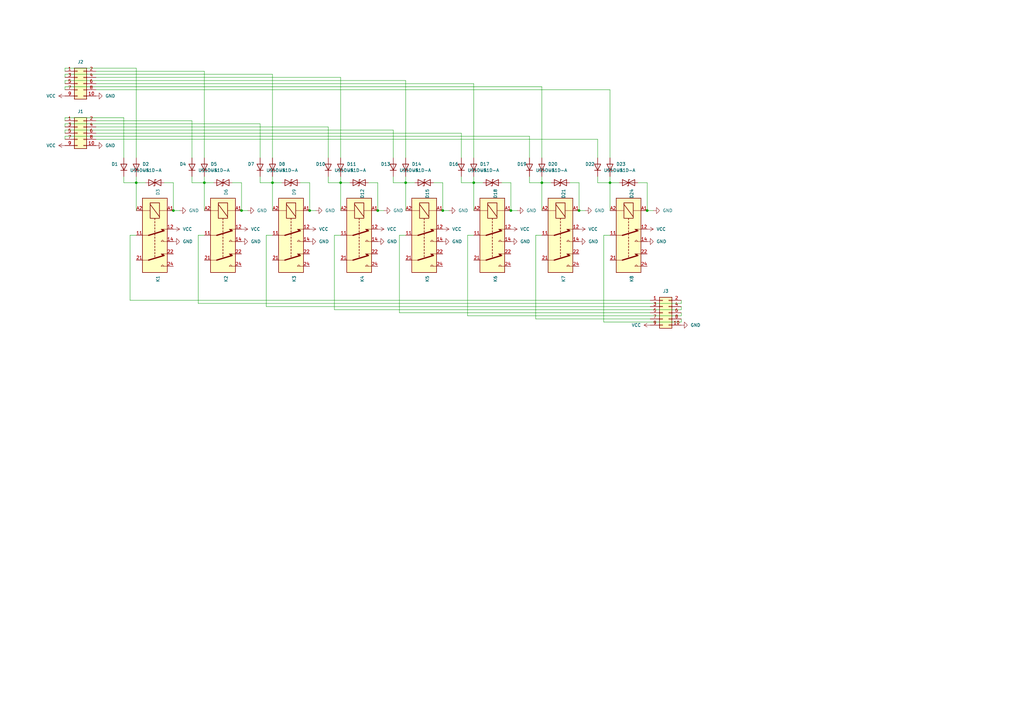
<source format=kicad_sch>
(kicad_sch (version 20231120) (generator "eeschema") (generator_version "8.0")
  (paper "A3")
  (lib_symbols
    (symbol "Connector_Generic:Conn_02x05_Odd_Even" (pin_names (offset 1.016) hide)
      (property "Reference" "J" (at 1.27 7.62 0))
      (property "Value" "Conn_02x05_Odd_Even" (at 1.27 -7.62 0))
      (symbol "Conn_02x05_Odd_Even_1_1"
        (rectangle (start -1.27 -4.953) (end 0 -5.207) (stroke (width 0.1524)))
        (rectangle (start -1.27 -2.413) (end 0 -2.667) (stroke (width 0.1524)))
        (rectangle (start -1.27 0.127) (end 0 -0.127) (stroke (width 0.1524)))
        (rectangle (start -1.27 2.667) (end 0 2.413) (stroke (width 0.1524)))
        (rectangle (start -1.27 5.207) (end 0 4.953) (stroke (width 0.1524)))
        (rectangle (start -1.27 6.35) (end 3.81 -6.35) (stroke (width 0.254)) (fill (type background)))
        (rectangle (start 3.81 -4.953) (end 2.54 -5.207) (stroke (width 0.1524)))
        (rectangle (start 3.81 -2.413) (end 2.54 -2.667) (stroke (width 0.1524)))
        (rectangle (start 3.81 0.127) (end 2.54 -0.127) (stroke (width 0.1524)))
        (rectangle (start 3.81 2.667) (end 2.54 2.413) (stroke (width 0.1524)))
        (rectangle (start 3.81 5.207) (end 2.54 4.953) (stroke (width 0.1524)))
        (pin passive line (at -5.08 5.08 0) (length 3.81) (name "Pin_1") (number "1"))
        (pin passive line (at 7.62 -5.08 180) (length 3.81) (name "Pin_10") (number "10"))
        (pin passive line (at 7.62 5.08 180) (length 3.81) (name "Pin_2") (number "2"))
        (pin passive line (at -5.08 2.54 0) (length 3.81) (name "Pin_3") (number "3"))
        (pin passive line (at 7.62 2.54 180) (length 3.81) (name "Pin_4") (number "4"))
        (pin passive line (at -5.08 0 0) (length 3.81) (name "Pin_5") (number "5"))
        (pin passive line (at 7.62 0 180) (length 3.81) (name "Pin_6") (number "6"))
        (pin passive line (at -5.08 -2.54 0) (length 3.81) (name "Pin_7") (number "7"))
        (pin passive line (at 7.62 -2.54 180) (length 3.81) (name "Pin_8") (number "8"))
        (pin passive line (at -5.08 -5.08 0) (length 3.81) (name "Pin_9") (number "9"))
      )
    )
    (symbol "Device:D" (pin_numbers hide) (pin_names (offset 1.016) hide)
      (property "Reference" "D" (at 0 2.54 0))
      (property "Value" "D" (at 0 -2.54 0))
      (symbol "D_0_1"
        (polyline (pts (xy -1.27 1.27) (xy -1.27 -1.27)) (stroke (width 0.254)))
        (polyline (pts (xy 1.27 0) (xy -1.27 0)))
        (polyline (pts (xy 1.27 1.27) (xy 1.27 -1.27) (xy -1.27 0) (xy 1.27 1.27)) (stroke (width 0.254)))
      )
      (symbol "D_1_1"
        (pin passive line (at -3.81 0 0) (length 2.54) (name "K") (number "1"))
        (pin passive line (at 3.81 0 180) (length 2.54) (name "A") (number "2"))
      )
    )
    (symbol "Device:D_TVS" (pin_numbers hide) (pin_names (offset 1.016) hide)
      (property "Reference" "D" (at 0 2.54 0))
      (property "Value" "D_TVS" (at 0 -2.54 0))
      (symbol "D_TVS_0_1"
        (polyline (pts (xy 1.27 0) (xy -1.27 0)))
        (polyline (pts (xy 0.508 1.27) (xy 0 1.27) (xy 0 -1.27) (xy -0.508 -1.27)) (stroke (width 0.254)))
        (polyline (pts (xy -2.54 1.27) (xy -2.54 -1.27) (xy 2.54 1.27) (xy 2.54 -1.27) (xy -2.54 1.27)) (stroke (width 0.254)))
      )
      (symbol "D_TVS_1_1"
        (pin passive line (at -3.81 0 0) (length 2.54) (name "A1") (number "1"))
        (pin passive line (at 3.81 0 180) (length 2.54) (name "A2") (number "2"))
      )
    )
    (symbol "Relay:Relay_DPDT"
      (property "Reference" "K" (at 16.51 3.81 0))
      (property "Value" "Relay_DPDT" (at 16.51 1.27 0))
      (symbol "Relay_DPDT_0_1"
        (rectangle (start -15.24 5.08) (end 15.24 -5.08) (stroke (width 0.254)) (fill (type background)))
        (rectangle (start -13.335 1.905) (end -6.985 -1.905) (stroke (width 0.254)))
        (polyline (pts (xy -12.7 -1.905) (xy -7.62 1.905)) (stroke (width 0.254)))
        (polyline (pts (xy -10.16 -5.08) (xy -10.16 -1.905)))
        (polyline (pts (xy -10.16 5.08) (xy -10.16 1.905)))
        (polyline (pts (xy -6.985 0) (xy -6.35 0)) (stroke (width 0.254)))
        (polyline (pts (xy -5.715 0) (xy -5.08 0)) (stroke (width 0.254)))
        (polyline (pts (xy -4.445 0) (xy -3.81 0)) (stroke (width 0.254)))
        (polyline (pts (xy -3.175 0) (xy -2.54 0)) (stroke (width 0.254)))
        (polyline (pts (xy -1.905 0) (xy -1.27 0)) (stroke (width 0.254)))
        (polyline (pts (xy -0.635 0) (xy 0 0)) (stroke (width 0.254)))
        (polyline (pts (xy 0 -2.54) (xy -1.905 3.81)) (stroke (width 0.508)))
        (polyline (pts (xy 0 -2.54) (xy 0 -5.08)))
        (polyline (pts (xy 0.635 0) (xy 1.27 0)) (stroke (width 0.254)))
        (polyline (pts (xy 1.905 0) (xy 2.54 0)) (stroke (width 0.254)))
        (polyline (pts (xy 3.175 0) (xy 3.81 0)) (stroke (width 0.254)))
        (polyline (pts (xy 4.445 0) (xy 5.08 0)) (stroke (width 0.254)))
        (polyline (pts (xy 5.715 0) (xy 6.35 0)) (stroke (width 0.254)))
        (polyline (pts (xy 6.985 0) (xy 7.62 0)) (stroke (width 0.254)))
        (polyline (pts (xy 8.255 0) (xy 8.89 0)) (stroke (width 0.254)))
        (polyline (pts (xy 10.16 -2.54) (xy 8.255 3.81)) (stroke (width 0.508)))
        (polyline (pts (xy 10.16 -2.54) (xy 10.16 -5.08)))
        (polyline (pts (xy -2.54 5.08) (xy -2.54 2.54) (xy -1.905 3.175) (xy -2.54 3.81)) (fill (type outline)))
        (polyline (pts (xy 2.54 5.08) (xy 2.54 2.54) (xy 1.905 3.175) (xy 2.54 3.81)))
        (polyline (pts (xy 7.62 5.08) (xy 7.62 2.54) (xy 8.255 3.175) (xy 7.62 3.81)) (fill (type outline)))
        (polyline (pts (xy 12.7 5.08) (xy 12.7 2.54) (xy 12.065 3.175) (xy 12.7 3.81)))
      )
      (symbol "Relay_DPDT_1_1"
        (pin passive line (at 0 -7.62 90) (length 2.54) (name "~") (number "11"))
        (pin passive line (at -2.54 7.62 270) (length 2.54) (name "~") (number "12"))
        (pin passive line (at 2.54 7.62 270) (length 2.54) (name "~") (number "14"))
        (pin passive line (at 10.16 -7.62 90) (length 2.54) (name "~") (number "21"))
        (pin passive line (at 7.62 7.62 270) (length 2.54) (name "~") (number "22"))
        (pin passive line (at 12.7 7.62 270) (length 2.54) (name "~") (number "24"))
        (pin passive line (at -10.16 7.62 270) (length 2.54) (name "~") (number "A1"))
        (pin passive line (at -10.16 -7.62 90) (length 2.54) (name "~") (number "A2"))
      )
    )
    (symbol "power:GND" (power) (pin_names (offset 0))
      (property "Value" "GND" (at 0 -3.81 0))
      (symbol "GND_0_1"
        (polyline (pts (xy 0 0) (xy 0 -1.27) (xy 1.27 -1.27) (xy 0 -2.54) (xy -1.27 -1.27) (xy 0 -1.27)))
      )
      (symbol "GND_1_1"
        (pin power_in line (at 0 0 270) (length 0) hide (name "GND") (number "1"))
      )
    )
    (symbol "power:VCC" (power) (pin_names (offset 0))
      (property "Value" "VCC" (at 0 3.81 0))
      (symbol "VCC_0_1"
        (polyline (pts (xy -0.762 1.27) (xy 0 2.54)))
        (polyline (pts (xy 0 0) (xy 0 2.54)))
        (polyline (pts (xy 0 2.54) (xy 0.762 1.27)))
      )
      (symbol "VCC_1_1"
        (pin power_in line (at 0 0 90) (length 0) hide (name "VCC") (number "1"))
      )
    )
  )
  (junction (at 71.12 86.36))
  (junction (at 222.25 74.93))
  (junction (at 139.7 74.93))
  (junction (at 83.82 74.93))
  (junction (at 127 86.36))
  (junction (at 181.61 86.36))
  (junction (at 154.94 86.36))
  (junction (at 99.06 86.36))
  (junction (at 237.49 86.36))
  (junction (at 194.31 74.93))
  (junction (at 265.43 86.36))
  (junction (at 111.76 74.93))
  (junction (at 55.88 74.93))
  (junction (at 166.37 74.93))
  (junction (at 250.19 74.93))
  (junction (at 209.55 86.36))
  (wire (pts (xy 265.43 74.93) (xy 265.43 86.36)))
  (wire (pts (xy 209.55 74.93) (xy 209.55 86.36)))
  (wire (pts (xy 26.67 53.34) (xy 161.29 53.34)))
  (wire (pts (xy 137.16 96.52) (xy 137.16 127)))
  (wire (pts (xy 39.37 54.61) (xy 189.23 54.61)))
  (wire (pts (xy 83.82 29.21) (xy 83.82 64.77)))
  (wire (pts (xy 245.11 74.93) (xy 250.19 74.93)))
  (wire (pts (xy 106.68 74.93) (xy 111.76 74.93)))
  (wire (pts (xy 245.11 57.15) (xy 245.11 64.77)))
  (wire (pts (xy 139.7 74.93) (xy 139.7 86.36)))
  (wire (pts (xy 99.06 74.93) (xy 99.06 86.36)))
  (wire (pts (xy 26.67 52.07) (xy 26.67 50.8)))
  (wire (pts (xy 177.8 74.93) (xy 181.61 74.93)))
  (wire (pts (xy 71.12 86.36) (xy 73.66 86.36)))
  (wire (pts (xy 226.06 74.93) (xy 222.25 74.93)))
  (wire (pts (xy 111.76 30.48) (xy 111.76 64.77)))
  (wire (pts (xy 189.23 72.39) (xy 189.23 74.93)))
  (wire (pts (xy 205.74 74.93) (xy 209.55 74.93)))
  (wire (pts (xy 39.37 49.53) (xy 78.74 49.53)))
  (wire (pts (xy 222.25 74.93) (xy 222.25 86.36)))
  (wire (pts (xy 106.68 50.8) (xy 106.68 64.77)))
  (wire (pts (xy 59.69 74.93) (xy 55.88 74.93)))
  (wire (pts (xy 50.8 72.39) (xy 50.8 74.93)))
  (wire (pts (xy 222.25 35.56) (xy 222.25 64.77)))
  (wire (pts (xy 194.31 34.29) (xy 194.31 64.77)))
  (wire (pts (xy 83.82 96.52) (xy 81.28 96.52)))
  (wire (pts (xy 279.4 129.54) (xy 279.4 128.27)))
  (wire (pts (xy 115.57 74.93) (xy 111.76 74.93)))
  (wire (pts (xy 134.62 74.93) (xy 139.7 74.93)))
  (wire (pts (xy 127 74.93) (xy 127 86.36)))
  (wire (pts (xy 163.83 128.27) (xy 266.7 128.27)))
  (wire (pts (xy 123.19 74.93) (xy 127 74.93)))
  (wire (pts (xy 26.67 35.56) (xy 222.25 35.56)))
  (wire (pts (xy 237.49 86.36) (xy 240.03 86.36)))
  (wire (pts (xy 26.67 30.48) (xy 111.76 30.48)))
  (wire (pts (xy 261.62 74.93) (xy 265.43 74.93)))
  (wire (pts (xy 151.13 74.93) (xy 154.94 74.93)))
  (wire (pts (xy 222.25 72.39) (xy 222.25 74.93)))
  (wire (pts (xy 163.83 96.52) (xy 163.83 128.27)))
  (wire (pts (xy 139.7 96.52) (xy 137.16 96.52)))
  (wire (pts (xy 26.67 55.88) (xy 217.17 55.88)))
  (wire (pts (xy 181.61 86.36) (xy 184.15 86.36)))
  (wire (pts (xy 217.17 55.88) (xy 217.17 64.77)))
  (wire (pts (xy 81.28 124.46) (xy 279.4 124.46)))
  (wire (pts (xy 247.65 96.52) (xy 247.65 132.08)))
  (wire (pts (xy 67.31 74.93) (xy 71.12 74.93)))
  (wire (pts (xy 198.12 74.93) (xy 194.31 74.93)))
  (wire (pts (xy 26.67 50.8) (xy 106.68 50.8)))
  (wire (pts (xy 247.65 132.08) (xy 279.4 132.08)))
  (wire (pts (xy 26.67 29.21) (xy 26.67 27.94)))
  (wire (pts (xy 134.62 72.39) (xy 134.62 74.93)))
  (wire (pts (xy 55.88 72.39) (xy 55.88 74.93)))
  (wire (pts (xy 83.82 74.93) (xy 83.82 86.36)))
  (wire (pts (xy 194.31 72.39) (xy 194.31 74.93)))
  (wire (pts (xy 219.71 96.52) (xy 219.71 130.81)))
  (wire (pts (xy 134.62 52.07) (xy 134.62 64.77)))
  (wire (pts (xy 143.51 74.93) (xy 139.7 74.93)))
  (wire (pts (xy 194.31 96.52) (xy 191.77 96.52)))
  (wire (pts (xy 189.23 74.93) (xy 194.31 74.93)))
  (wire (pts (xy 111.76 74.93) (xy 111.76 86.36)))
  (wire (pts (xy 181.61 74.93) (xy 181.61 86.36)))
  (wire (pts (xy 279.4 132.08) (xy 279.4 130.81)))
  (wire (pts (xy 250.19 96.52) (xy 247.65 96.52)))
  (wire (pts (xy 166.37 72.39) (xy 166.37 74.93)))
  (wire (pts (xy 81.28 96.52) (xy 81.28 124.46)))
  (wire (pts (xy 26.67 54.61) (xy 26.67 53.34)))
  (wire (pts (xy 50.8 74.93) (xy 55.88 74.93)))
  (wire (pts (xy 39.37 34.29) (xy 194.31 34.29)))
  (wire (pts (xy 26.67 36.83) (xy 26.67 35.56)))
  (wire (pts (xy 194.31 74.93) (xy 194.31 86.36)))
  (wire (pts (xy 109.22 125.73) (xy 266.7 125.73)))
  (wire (pts (xy 137.16 127) (xy 279.4 127)))
  (wire (pts (xy 250.19 36.83) (xy 250.19 64.77)))
  (wire (pts (xy 127 86.36) (xy 129.54 86.36)))
  (wire (pts (xy 154.94 86.36) (xy 157.48 86.36)))
  (wire (pts (xy 26.67 34.29) (xy 26.67 33.02)))
  (wire (pts (xy 109.22 96.52) (xy 109.22 125.73)))
  (wire (pts (xy 161.29 53.34) (xy 161.29 64.77)))
  (wire (pts (xy 71.12 74.93) (xy 71.12 86.36)))
  (wire (pts (xy 26.67 27.94) (xy 55.88 27.94)))
  (wire (pts (xy 78.74 72.39) (xy 78.74 74.93)))
  (wire (pts (xy 26.67 33.02) (xy 166.37 33.02)))
  (wire (pts (xy 26.67 31.75) (xy 26.67 30.48)))
  (wire (pts (xy 39.37 31.75) (xy 139.7 31.75)))
  (wire (pts (xy 53.34 123.19) (xy 266.7 123.19)))
  (wire (pts (xy 209.55 86.36) (xy 212.09 86.36)))
  (wire (pts (xy 26.67 48.26) (xy 50.8 48.26)))
  (wire (pts (xy 139.7 72.39) (xy 139.7 74.93)))
  (wire (pts (xy 39.37 52.07) (xy 134.62 52.07)))
  (wire (pts (xy 39.37 57.15) (xy 245.11 57.15)))
  (wire (pts (xy 26.67 57.15) (xy 26.67 55.88)))
  (wire (pts (xy 99.06 86.36) (xy 101.6 86.36)))
  (wire (pts (xy 50.8 48.26) (xy 50.8 64.77)))
  (wire (pts (xy 161.29 74.93) (xy 166.37 74.93)))
  (wire (pts (xy 191.77 96.52) (xy 191.77 129.54)))
  (wire (pts (xy 55.88 96.52) (xy 53.34 96.52)))
  (wire (pts (xy 53.34 96.52) (xy 53.34 123.19)))
  (wire (pts (xy 265.43 86.36) (xy 267.97 86.36)))
  (wire (pts (xy 166.37 74.93) (xy 166.37 86.36)))
  (wire (pts (xy 111.76 72.39) (xy 111.76 74.93)))
  (wire (pts (xy 83.82 72.39) (xy 83.82 74.93)))
  (wire (pts (xy 55.88 74.93) (xy 55.88 86.36)))
  (wire (pts (xy 189.23 54.61) (xy 189.23 64.77)))
  (wire (pts (xy 217.17 72.39) (xy 217.17 74.93)))
  (wire (pts (xy 139.7 31.75) (xy 139.7 64.77)))
  (wire (pts (xy 250.19 72.39) (xy 250.19 74.93)))
  (wire (pts (xy 106.68 72.39) (xy 106.68 74.93)))
  (wire (pts (xy 222.25 96.52) (xy 219.71 96.52)))
  (wire (pts (xy 161.29 72.39) (xy 161.29 74.93)))
  (wire (pts (xy 279.4 124.46) (xy 279.4 123.19)))
  (wire (pts (xy 39.37 29.21) (xy 83.82 29.21)))
  (wire (pts (xy 95.25 74.93) (xy 99.06 74.93)))
  (wire (pts (xy 78.74 74.93) (xy 83.82 74.93)))
  (wire (pts (xy 87.63 74.93) (xy 83.82 74.93)))
  (wire (pts (xy 217.17 74.93) (xy 222.25 74.93)))
  (wire (pts (xy 78.74 49.53) (xy 78.74 64.77)))
  (wire (pts (xy 154.94 74.93) (xy 154.94 86.36)))
  (wire (pts (xy 233.68 74.93) (xy 237.49 74.93)))
  (wire (pts (xy 26.67 49.53) (xy 26.67 48.26)))
  (wire (pts (xy 55.88 27.94) (xy 55.88 64.77)))
  (wire (pts (xy 254 74.93) (xy 250.19 74.93)))
  (wire (pts (xy 170.18 74.93) (xy 166.37 74.93)))
  (wire (pts (xy 279.4 127) (xy 279.4 125.73)))
  (wire (pts (xy 237.49 74.93) (xy 237.49 86.36)))
  (wire (pts (xy 39.37 36.83) (xy 250.19 36.83)))
  (wire (pts (xy 166.37 33.02) (xy 166.37 64.77)))
  (wire (pts (xy 166.37 96.52) (xy 163.83 96.52)))
  (wire (pts (xy 245.11 72.39) (xy 245.11 74.93)))
  (wire (pts (xy 219.71 130.81) (xy 266.7 130.81)))
  (wire (pts (xy 250.19 74.93) (xy 250.19 86.36)))
  (wire (pts (xy 111.76 96.52) (xy 109.22 96.52)))
  (wire (pts (xy 191.77 129.54) (xy 279.4 129.54)))
  (symbol (lib_id "Device:D_TVS") (at 229.87 74.93 0) (unit 1)
    (property "Reference" "D21" (at 231.14 77.47 90) (effects (justify right)))
    (property "Value" "SMAJ14CA" (effects (hide yes)))
    (property "Footprint" "Diode_SMD:D_SMA_Handsoldering" (effects (hide yes)))
    (property "Datasheet" "https://goodarksemi.com/docs/datasheets/transient_voltage_suppressors/SMAJx.pdf" (effects (hide yes)))
  )
  (symbol (lib_id "power:VCC") (at 26.67 39.37 90) (unit 1)
    (property "Reference" "#PWR03" (effects (hide yes)))
    (property "Value" "VCC" (at 22.86 39.37 90) (effects (justify left)))
  )
  (symbol (lib_id "power:VCC") (at 71.12 93.98 270) (unit 1)
    (property "Reference" "#PWR07" (effects (hide yes)))
    (property "Value" "VCC" (at 74.93 93.98 90) (effects (justify left)))
  )
  (symbol (lib_id "Device:D") (at 189.23 68.58 90) (unit 1)
    (property "Reference" "D16" (at 184.15 67.31 90) (effects (justify right)))
    (property "Value" "US1D-A" (at 191.77 69.85 90) (effects (justify right)))
    (property "Footprint" "Diode_SMD:D_SMA_Handsoldering" (effects (hide yes)))
    (property "Datasheet" "https://mm.digikey.com/Volume0/opasdata/d220001/medias/docus/5561/US1A-A%20thru%20US1M-A.pdf" (effects (hide yes)))
    (property "Sim.Device" "D" (effects (hide yes)))
    (property "Sim.Pins" "1=K 2=A" (effects (hide yes)))
  )
  (symbol (lib_id "Connector_Generic:Conn_02x05_Odd_Even") (at 31.75 34.29 0) (unit 1)
    (property "Reference" "J2" (at 33.02 25.4 0))
    (property "Value" "BHR-10-VUA" (effects (hide yes)))
    (property "Footprint" "Connector_IDC:IDC-Header_2x05_P2.54mm_Vertical" (effects (hide yes)))
    (property "Datasheet" "https://app.adam-tech.com/products/download/data_sheet/203218/bhr-xx-vua-data-sheet.pdf" (effects (hide yes)))
  )
  (symbol (lib_id "power:VCC") (at 181.61 93.98 270) (unit 1)
    (property "Reference" "#PWR015" (effects (hide yes)))
    (property "Value" "VCC" (at 185.42 93.98 90) (effects (justify left)))
  )
  (symbol (lib_id "power:GND") (at 237.49 99.06 90) (unit 1)
    (property "Reference" "#PWR020" (effects (hide yes)))
    (property "Value" "GND" (at 241.3 99.06 90) (effects (justify right)))
  )
  (symbol (lib_id "power:GND") (at 184.15 86.36 90) (unit 1)
    (property "Reference" "#PWR027" (effects (hide yes)))
    (property "Value" "GND" (at 187.96 86.36 90) (effects (justify right)))
  )
  (symbol (lib_id "Device:D_TVS") (at 91.44 74.93 0) (unit 1)
    (property "Reference" "D6" (at 92.71 77.47 90) (effects (justify right)))
    (property "Value" "SMAJ14CA" (effects (hide yes)))
    (property "Footprint" "Diode_SMD:D_SMA_Handsoldering" (effects (hide yes)))
    (property "Datasheet" "https://goodarksemi.com/docs/datasheets/transient_voltage_suppressors/SMAJx.pdf" (effects (hide yes)))
  )
  (symbol (lib_id "power:GND") (at 73.66 86.36 90) (unit 1)
    (property "Reference" "#PWR023" (effects (hide yes)))
    (property "Value" "GND" (at 77.47 86.36 90) (effects (justify right)))
  )
  (symbol (lib_id "power:VCC") (at 265.43 93.98 270) (unit 1)
    (property "Reference" "#PWR021" (effects (hide yes)))
    (property "Value" "VCC" (at 269.24 93.98 90) (effects (justify left)))
  )
  (symbol (lib_id "Device:D_TVS") (at 201.93 74.93 0) (unit 1)
    (property "Reference" "D18" (at 203.2 77.47 90) (effects (justify right)))
    (property "Value" "SMAJ14CA" (effects (hide yes)))
    (property "Footprint" "Diode_SMD:D_SMA_Handsoldering" (effects (hide yes)))
    (property "Datasheet" "https://goodarksemi.com/docs/datasheets/transient_voltage_suppressors/SMAJx.pdf" (effects (hide yes)))
  )
  (symbol (lib_id "Relay:Relay_DPDT") (at 229.87 96.52 270) (unit 1)
    (property "Reference" "K7" (at 231.14 113.03 0) (effects (justify left)))
    (property "Value" "J104D2C12VDC.15S" (effects (hide yes)))
    (property "Footprint" "Relay_THT:Relay_DPDT_Finder_30.22" (effects (hide yes)))
    (property "Datasheet" "https://www.citrelay.com/Catalog%20Pages/RelayCatalog/J104D.pdf" (effects (hide yes)))
  )
  (symbol (lib_id "Device:D") (at 166.37 68.58 90) (unit 1)
    (property "Reference" "D14" (at 168.91 67.31 90) (effects (justify right)))
    (property "Value" "US1D-A" (at 168.91 69.85 90) (effects (justify right)))
    (property "Footprint" "Diode_SMD:D_SMA_Handsoldering" (effects (hide yes)))
    (property "Datasheet" "https://mm.digikey.com/Volume0/opasdata/d220001/medias/docus/5561/US1A-A%20thru%20US1M-A.pdf" (effects (hide yes)))
    (property "Sim.Device" "D" (effects (hide yes)))
    (property "Sim.Pins" "1=K 2=A" (effects (hide yes)))
  )
  (symbol (lib_id "Device:D") (at 250.19 68.58 90) (unit 1)
    (property "Reference" "D23" (at 252.73 67.31 90) (effects (justify right)))
    (property "Value" "US1D-A" (at 252.73 69.85 90) (effects (justify right)))
    (property "Footprint" "Diode_SMD:D_SMA_Handsoldering" (effects (hide yes)))
    (property "Datasheet" "https://mm.digikey.com/Volume0/opasdata/d220001/medias/docus/5561/US1A-A%20thru%20US1M-A.pdf" (effects (hide yes)))
    (property "Sim.Device" "D" (effects (hide yes)))
    (property "Sim.Pins" "1=K 2=A" (effects (hide yes)))
  )
  (symbol (lib_id "power:GND") (at 127 99.06 90) (unit 1)
    (property "Reference" "#PWR012" (effects (hide yes)))
    (property "Value" "GND" (at 130.81 99.06 90) (effects (justify right)))
  )
  (symbol (lib_id "power:GND") (at 157.48 86.36 90) (unit 1)
    (property "Reference" "#PWR026" (effects (hide yes)))
    (property "Value" "GND" (at 161.29 86.36 90) (effects (justify right)))
  )
  (symbol (lib_id "Relay:Relay_DPDT") (at 173.99 96.52 270) (unit 1)
    (property "Reference" "K5" (at 175.26 113.03 0) (effects (justify left)))
    (property "Value" "J104D2C12VDC.15S" (effects (hide yes)))
    (property "Footprint" "Relay_THT:Relay_DPDT_Finder_30.22" (effects (hide yes)))
    (property "Datasheet" "https://www.citrelay.com/Catalog%20Pages/RelayCatalog/J104D.pdf" (effects (hide yes)))
  )
  (symbol (lib_id "power:VCC") (at 26.67 59.69 90) (unit 1)
    (property "Reference" "#PWR01" (effects (hide yes)))
    (property "Value" "VCC" (at 22.86 59.69 90) (effects (justify left)))
  )
  (symbol (lib_id "power:GND") (at 99.06 99.06 90) (unit 1)
    (property "Reference" "#PWR010" (effects (hide yes)))
    (property "Value" "GND" (at 102.87 99.06 90) (effects (justify right)))
  )
  (symbol (lib_id "Device:D") (at 245.11 68.58 90) (unit 1)
    (property "Reference" "D22" (at 240.03 67.31 90) (effects (justify right)))
    (property "Value" "US1D-A" (at 247.65 69.85 90) (effects (justify right)))
    (property "Footprint" "Diode_SMD:D_SMA_Handsoldering" (effects (hide yes)))
    (property "Datasheet" "https://mm.digikey.com/Volume0/opasdata/d220001/medias/docus/5561/US1A-A%20thru%20US1M-A.pdf" (effects (hide yes)))
    (property "Sim.Device" "D" (effects (hide yes)))
    (property "Sim.Pins" "1=K 2=A" (effects (hide yes)))
  )
  (symbol (lib_id "power:VCC") (at 127 93.98 270) (unit 1)
    (property "Reference" "#PWR011" (effects (hide yes)))
    (property "Value" "VCC" (at 130.81 93.98 90) (effects (justify left)))
  )
  (symbol (lib_id "Connector_Generic:Conn_02x05_Odd_Even") (at 31.75 54.61 0) (unit 1)
    (property "Reference" "J1" (at 33.02 45.72 0))
    (property "Value" "BHR-10-VUA" (effects (hide yes)))
    (property "Footprint" "Connector_IDC:IDC-Header_2x05_P2.54mm_Vertical" (effects (hide yes)))
    (property "Datasheet" "https://app.adam-tech.com/products/download/data_sheet/203218/bhr-xx-vua-data-sheet.pdf" (effects (hide yes)))
  )
  (symbol (lib_id "Relay:Relay_DPDT") (at 91.44 96.52 270) (unit 1)
    (property "Reference" "K2" (at 92.71 113.03 0) (effects (justify left)))
    (property "Value" "J104D2C12VDC.15S" (effects (hide yes)))
    (property "Footprint" "Relay_THT:Relay_DPDT_Finder_30.22" (effects (hide yes)))
    (property "Datasheet" "https://www.citrelay.com/Catalog%20Pages/RelayCatalog/J104D.pdf" (effects (hide yes)))
  )
  (symbol (lib_id "Device:D") (at 139.7 68.58 90) (unit 1)
    (property "Reference" "D11" (at 142.24 67.31 90) (effects (justify right)))
    (property "Value" "US1D-A" (at 142.24 69.85 90) (effects (justify right)))
    (property "Footprint" "Diode_SMD:D_SMA_Handsoldering" (effects (hide yes)))
    (property "Datasheet" "https://mm.digikey.com/Volume0/opasdata/d220001/medias/docus/5561/US1A-A%20thru%20US1M-A.pdf" (effects (hide yes)))
    (property "Sim.Device" "D" (effects (hide yes)))
    (property "Sim.Pins" "1=K 2=A" (effects (hide yes)))
  )
  (symbol (lib_id "Device:D") (at 50.8 68.58 90) (unit 1)
    (property "Reference" "D1" (at 45.72 67.31 90) (effects (justify right)))
    (property "Value" "US1D-A" (at 53.34 69.85 90) (effects (justify right)))
    (property "Footprint" "Diode_SMD:D_SMA_Handsoldering" (effects (hide yes)))
    (property "Datasheet" "https://mm.digikey.com/Volume0/opasdata/d220001/medias/docus/5561/US1A-A%20thru%20US1M-A.pdf" (effects (hide yes)))
    (property "Sim.Device" "D" (effects (hide yes)))
    (property "Sim.Pins" "1=K 2=A" (effects (hide yes)))
  )
  (symbol (lib_id "Device:D") (at 134.62 68.58 90) (unit 1)
    (property "Reference" "D10" (at 129.54 67.31 90) (effects (justify right)))
    (property "Value" "US1D-A" (at 137.16 69.85 90) (effects (justify right)))
    (property "Footprint" "Diode_SMD:D_SMA_Handsoldering" (effects (hide yes)))
    (property "Datasheet" "https://mm.digikey.com/Volume0/opasdata/d220001/medias/docus/5561/US1A-A%20thru%20US1M-A.pdf" (effects (hide yes)))
    (property "Sim.Device" "D" (effects (hide yes)))
    (property "Sim.Pins" "1=K 2=A" (effects (hide yes)))
  )
  (symbol (lib_id "Device:D") (at 106.68 68.58 90) (unit 1)
    (property "Reference" "D7" (at 101.6 67.31 90) (effects (justify right)))
    (property "Value" "US1D-A" (at 109.22 69.85 90) (effects (justify right)))
    (property "Footprint" "Diode_SMD:D_SMA_Handsoldering" (effects (hide yes)))
    (property "Datasheet" "https://mm.digikey.com/Volume0/opasdata/d220001/medias/docus/5561/US1A-A%20thru%20US1M-A.pdf" (effects (hide yes)))
    (property "Sim.Device" "D" (effects (hide yes)))
    (property "Sim.Pins" "1=K 2=A" (effects (hide yes)))
  )
  (symbol (lib_id "Device:D") (at 161.29 68.58 90) (unit 1)
    (property "Reference" "D13" (at 156.21 67.31 90) (effects (justify right)))
    (property "Value" "US1D-A" (at 163.83 69.85 90) (effects (justify right)))
    (property "Footprint" "Diode_SMD:D_SMA_Handsoldering" (effects (hide yes)))
    (property "Datasheet" "https://mm.digikey.com/Volume0/opasdata/d220001/medias/docus/5561/US1A-A%20thru%20US1M-A.pdf" (effects (hide yes)))
    (property "Sim.Device" "D" (effects (hide yes)))
    (property "Sim.Pins" "1=K 2=A" (effects (hide yes)))
  )
  (symbol (lib_id "power:VCC") (at 266.7 133.35 90) (unit 1)
    (property "Reference" "#PWR05" (effects (hide yes)))
    (property "Value" "VCC" (at 262.89 133.35 90) (effects (justify left)))
  )
  (symbol (lib_id "power:GND") (at 279.4 133.35 90) (unit 1)
    (property "Reference" "#PWR06" (effects (hide yes)))
    (property "Value" "GND" (at 283.21 133.35 90) (effects (justify right)))
  )
  (symbol (lib_id "Relay:Relay_DPDT") (at 119.38 96.52 270) (unit 1)
    (property "Reference" "K3" (at 120.65 113.03 0) (effects (justify left)))
    (property "Value" "J104D2C12VDC.15S" (effects (hide yes)))
    (property "Footprint" "Relay_THT:Relay_DPDT_Finder_30.22" (effects (hide yes)))
    (property "Datasheet" "https://www.citrelay.com/Catalog%20Pages/RelayCatalog/J104D.pdf" (effects (hide yes)))
  )
  (symbol (lib_id "power:GND") (at 181.61 99.06 90) (unit 1)
    (property "Reference" "#PWR016" (effects (hide yes)))
    (property "Value" "GND" (at 185.42 99.06 90) (effects (justify right)))
  )
  (symbol (lib_id "power:VCC") (at 154.94 93.98 270) (unit 1)
    (property "Reference" "#PWR013" (effects (hide yes)))
    (property "Value" "VCC" (at 158.75 93.98 90) (effects (justify left)))
  )
  (symbol (lib_id "power:GND") (at 209.55 99.06 90) (unit 1)
    (property "Reference" "#PWR018" (effects (hide yes)))
    (property "Value" "GND" (at 213.36 99.06 90) (effects (justify right)))
  )
  (symbol (lib_id "Relay:Relay_DPDT") (at 257.81 96.52 270) (unit 1)
    (property "Reference" "K8" (at 259.08 113.03 0) (effects (justify left)))
    (property "Value" "J104D2C12VDC.15S" (effects (hide yes)))
    (property "Footprint" "Relay_THT:Relay_DPDT_Finder_30.22" (effects (hide yes)))
    (property "Datasheet" "https://www.citrelay.com/Catalog%20Pages/RelayCatalog/J104D.pdf" (effects (hide yes)))
  )
  (symbol (lib_id "Device:D") (at 83.82 68.58 90) (unit 1)
    (property "Reference" "D5" (at 86.36 67.31 90) (effects (justify right)))
    (property "Value" "US1D-A" (at 86.36 69.85 90) (effects (justify right)))
    (property "Footprint" "Diode_SMD:D_SMA_Handsoldering" (effects (hide yes)))
    (property "Datasheet" "https://mm.digikey.com/Volume0/opasdata/d220001/medias/docus/5561/US1A-A%20thru%20US1M-A.pdf" (effects (hide yes)))
    (property "Sim.Device" "D" (effects (hide yes)))
    (property "Sim.Pins" "1=K 2=A" (effects (hide yes)))
  )
  (symbol (lib_id "power:GND") (at 267.97 86.36 90) (unit 1)
    (property "Reference" "#PWR030" (effects (hide yes)))
    (property "Value" "GND" (at 271.78 86.36 90) (effects (justify right)))
  )
  (symbol (lib_id "Relay:Relay_DPDT") (at 147.32 96.52 270) (unit 1)
    (property "Reference" "K4" (at 148.59 113.03 0) (effects (justify left)))
    (property "Value" "J104D2C12VDC.15S" (effects (hide yes)))
    (property "Footprint" "Relay_THT:Relay_DPDT_Finder_30.22" (effects (hide yes)))
    (property "Datasheet" "https://www.citrelay.com/Catalog%20Pages/RelayCatalog/J104D.pdf" (effects (hide yes)))
  )
  (symbol (lib_id "Device:D") (at 222.25 68.58 90) (unit 1)
    (property "Reference" "D20" (at 224.79 67.31 90) (effects (justify right)))
    (property "Value" "US1D-A" (at 224.79 69.85 90) (effects (justify right)))
    (property "Footprint" "Diode_SMD:D_SMA_Handsoldering" (effects (hide yes)))
    (property "Datasheet" "https://mm.digikey.com/Volume0/opasdata/d220001/medias/docus/5561/US1A-A%20thru%20US1M-A.pdf" (effects (hide yes)))
    (property "Sim.Device" "D" (effects (hide yes)))
    (property "Sim.Pins" "1=K 2=A" (effects (hide yes)))
  )
  (symbol (lib_id "power:GND") (at 39.37 59.69 90) (unit 1)
    (property "Reference" "#PWR02" (effects (hide yes)))
    (property "Value" "GND" (at 43.18 59.69 90) (effects (justify right)))
  )
  (symbol (lib_id "Relay:Relay_DPDT") (at 63.5 96.52 270) (unit 1)
    (property "Reference" "K1" (at 64.77 113.03 0) (effects (justify left)))
    (property "Value" "J104D2C12VDC.15S" (effects (hide yes)))
    (property "Footprint" "Relay_THT:Relay_DPDT_Finder_30.22" (effects (hide yes)))
    (property "Datasheet" "https://www.citrelay.com/Catalog%20Pages/RelayCatalog/J104D.pdf" (effects (hide yes)))
  )
  (symbol (lib_id "power:VCC") (at 209.55 93.98 270) (unit 1)
    (property "Reference" "#PWR017" (effects (hide yes)))
    (property "Value" "VCC" (at 213.36 93.98 90) (effects (justify left)))
  )
  (symbol (lib_id "power:GND") (at 265.43 99.06 90) (unit 1)
    (property "Reference" "#PWR022" (effects (hide yes)))
    (property "Value" "GND" (at 269.24 99.06 90) (effects (justify right)))
  )
  (symbol (lib_id "Device:D_TVS") (at 173.99 74.93 0) (unit 1)
    (property "Reference" "D15" (at 175.26 77.47 90) (effects (justify right)))
    (property "Value" "SMAJ14CA" (effects (hide yes)))
    (property "Footprint" "Diode_SMD:D_SMA_Handsoldering" (effects (hide yes)))
    (property "Datasheet" "https://goodarksemi.com/docs/datasheets/transient_voltage_suppressors/SMAJx.pdf" (effects (hide yes)))
  )
  (symbol (lib_id "power:GND") (at 240.03 86.36 90) (unit 1)
    (property "Reference" "#PWR029" (effects (hide yes)))
    (property "Value" "GND" (at 243.84 86.36 90) (effects (justify right)))
  )
  (symbol (lib_id "power:GND") (at 101.6 86.36 90) (unit 1)
    (property "Reference" "#PWR024" (effects (hide yes)))
    (property "Value" "GND" (at 105.41 86.36 90) (effects (justify right)))
  )
  (symbol (lib_id "Device:D") (at 55.88 68.58 90) (unit 1)
    (property "Reference" "D2" (at 58.42 67.31 90) (effects (justify right)))
    (property "Value" "US1D-A" (at 58.42 69.85 90) (effects (justify right)))
    (property "Footprint" "Diode_SMD:D_SMA_Handsoldering" (effects (hide yes)))
    (property "Datasheet" "https://mm.digikey.com/Volume0/opasdata/d220001/medias/docus/5561/US1A-A%20thru%20US1M-A.pdf" (effects (hide yes)))
    (property "Sim.Device" "D" (effects (hide yes)))
    (property "Sim.Pins" "1=K 2=A" (effects (hide yes)))
  )
  (symbol (lib_id "power:VCC") (at 99.06 93.98 270) (unit 1)
    (property "Reference" "#PWR09" (effects (hide yes)))
    (property "Value" "VCC" (at 102.87 93.98 90) (effects (justify left)))
  )
  (symbol (lib_id "power:GND") (at 154.94 99.06 90) (unit 1)
    (property "Reference" "#PWR014" (effects (hide yes)))
    (property "Value" "GND" (at 158.75 99.06 90) (effects (justify right)))
  )
  (symbol (lib_id "Device:D_TVS") (at 257.81 74.93 0) (unit 1)
    (property "Reference" "D24" (at 259.08 77.47 90) (effects (justify right)))
    (property "Value" "SMAJ14CA" (effects (hide yes)))
    (property "Footprint" "Diode_SMD:D_SMA_Handsoldering" (effects (hide yes)))
    (property "Datasheet" "https://goodarksemi.com/docs/datasheets/transient_voltage_suppressors/SMAJx.pdf" (effects (hide yes)))
  )
  (symbol (lib_id "power:VCC") (at 237.49 93.98 270) (unit 1)
    (property "Reference" "#PWR019" (effects (hide yes)))
    (property "Value" "VCC" (at 241.3 93.98 90) (effects (justify left)))
  )
  (symbol (lib_id "power:GND") (at 39.37 39.37 90) (unit 1)
    (property "Reference" "#PWR04" (effects (hide yes)))
    (property "Value" "GND" (at 43.18 39.37 90) (effects (justify right)))
  )
  (symbol (lib_id "Relay:Relay_DPDT") (at 201.93 96.52 270) (unit 1)
    (property "Reference" "K6" (at 203.2 113.03 0) (effects (justify left)))
    (property "Value" "J104D2C12VDC.15S" (effects (hide yes)))
    (property "Footprint" "Relay_THT:Relay_DPDT_Finder_30.22" (effects (hide yes)))
    (property "Datasheet" "https://www.citrelay.com/Catalog%20Pages/RelayCatalog/J104D.pdf" (effects (hide yes)))
  )
  (symbol (lib_id "power:GND") (at 129.54 86.36 90) (unit 1)
    (property "Reference" "#PWR025" (effects (hide yes)))
    (property "Value" "GND" (at 133.35 86.36 90) (effects (justify right)))
  )
  (symbol (lib_id "power:GND") (at 71.12 99.06 90) (unit 1)
    (property "Reference" "#PWR08" (effects (hide yes)))
    (property "Value" "GND" (at 74.93 99.06 90) (effects (justify right)))
  )
  (symbol (lib_id "Device:D") (at 111.76 68.58 90) (unit 1)
    (property "Reference" "D8" (at 114.3 67.31 90) (effects (justify right)))
    (property "Value" "US1D-A" (at 114.3 69.85 90) (effects (justify right)))
    (property "Footprint" "Diode_SMD:D_SMA_Handsoldering" (effects (hide yes)))
    (property "Datasheet" "https://mm.digikey.com/Volume0/opasdata/d220001/medias/docus/5561/US1A-A%20thru%20US1M-A.pdf" (effects (hide yes)))
    (property "Sim.Device" "D" (effects (hide yes)))
    (property "Sim.Pins" "1=K 2=A" (effects (hide yes)))
  )
  (symbol (lib_id "Connector_Generic:Conn_02x05_Odd_Even") (at 271.78 128.27 0) (unit 1)
    (property "Reference" "J3" (at 273.05 119.38 0))
    (property "Value" "BHR-10-VUA" (effects (hide yes)))
    (property "Footprint" "Connector_IDC:IDC-Header_2x05_P2.54mm_Vertical" (effects (hide yes)))
    (property "Datasheet" "https://app.adam-tech.com/products/download/data_sheet/203218/bhr-xx-vua-data-sheet.pdf" (effects (hide yes)))
  )
  (symbol (lib_id "Device:D") (at 194.31 68.58 90) (unit 1)
    (property "Reference" "D17" (at 196.85 67.31 90) (effects (justify right)))
    (property "Value" "US1D-A" (at 196.85 69.85 90) (effects (justify right)))
    (property "Footprint" "Diode_SMD:D_SMA_Handsoldering" (effects (hide yes)))
    (property "Datasheet" "https://mm.digikey.com/Volume0/opasdata/d220001/medias/docus/5561/US1A-A%20thru%20US1M-A.pdf" (effects (hide yes)))
    (property "Sim.Device" "D" (effects (hide yes)))
    (property "Sim.Pins" "1=K 2=A" (effects (hide yes)))
  )
  (symbol (lib_id "Device:D") (at 217.17 68.58 90) (unit 1)
    (property "Reference" "D19" (at 212.09 67.31 90) (effects (justify right)))
    (property "Value" "US1D-A" (at 219.71 69.85 90) (effects (justify right)))
    (property "Footprint" "Diode_SMD:D_SMA_Handsoldering" (effects (hide yes)))
    (property "Datasheet" "https://mm.digikey.com/Volume0/opasdata/d220001/medias/docus/5561/US1A-A%20thru%20US1M-A.pdf" (effects (hide yes)))
    (property "Sim.Device" "D" (effects (hide yes)))
    (property "Sim.Pins" "1=K 2=A" (effects (hide yes)))
  )
  (symbol (lib_id "Device:D") (at 78.74 68.58 90) (unit 1)
    (property "Reference" "D4" (at 73.66 67.31 90) (effects (justify right)))
    (property "Value" "US1D-A" (at 81.28 69.85 90) (effects (justify right)))
    (property "Footprint" "Diode_SMD:D_SMA_Handsoldering" (effects (hide yes)))
    (property "Datasheet" "https://mm.digikey.com/Volume0/opasdata/d220001/medias/docus/5561/US1A-A%20thru%20US1M-A.pdf" (effects (hide yes)))
    (property "Sim.Device" "D" (effects (hide yes)))
    (property "Sim.Pins" "1=K 2=A" (effects (hide yes)))
  )
  (symbol (lib_id "Device:D_TVS") (at 63.5 74.93 0) (unit 1)
    (property "Reference" "D3" (at 64.77 77.47 90) (effects (justify right)))
    (property "Value" "SMAJ14CA" (effects (hide yes)))
    (property "Footprint" "Diode_SMD:D_SMA_Handsoldering" (effects (hide yes)))
    (property "Datasheet" "https://goodarksemi.com/docs/datasheets/transient_voltage_suppressors/SMAJx.pdf" (effects (hide yes)))
  )
  (symbol (lib_id "Device:D_TVS") (at 147.32 74.93 0) (unit 1)
    (property "Reference" "D12" (at 148.59 77.47 90) (effects (justify right)))
    (property "Value" "SMAJ14CA" (effects (hide yes)))
    (property "Footprint" "Diode_SMD:D_SMA_Handsoldering" (effects (hide yes)))
    (property "Datasheet" "https://goodarksemi.com/docs/datasheets/transient_voltage_suppressors/SMAJx.pdf" (effects (hide yes)))
  )
  (symbol (lib_id "Device:D_TVS") (at 119.38 74.93 0) (unit 1)
    (property "Reference" "D9" (at 120.65 77.47 90) (effects (justify right)))
    (property "Value" "SMAJ14CA" (effects (hide yes)))
    (property "Footprint" "Diode_SMD:D_SMA_Handsoldering" (effects (hide yes)))
    (property "Datasheet" "https://goodarksemi.com/docs/datasheets/transient_voltage_suppressors/SMAJx.pdf" (effects (hide yes)))
  )
  (symbol (lib_id "power:GND") (at 212.09 86.36 90) (unit 1)
    (property "Reference" "#PWR028" (effects (hide yes)))
    (property "Value" "GND" (at 215.9 86.36 90) (effects (justify right)))
  )
)
</source>
